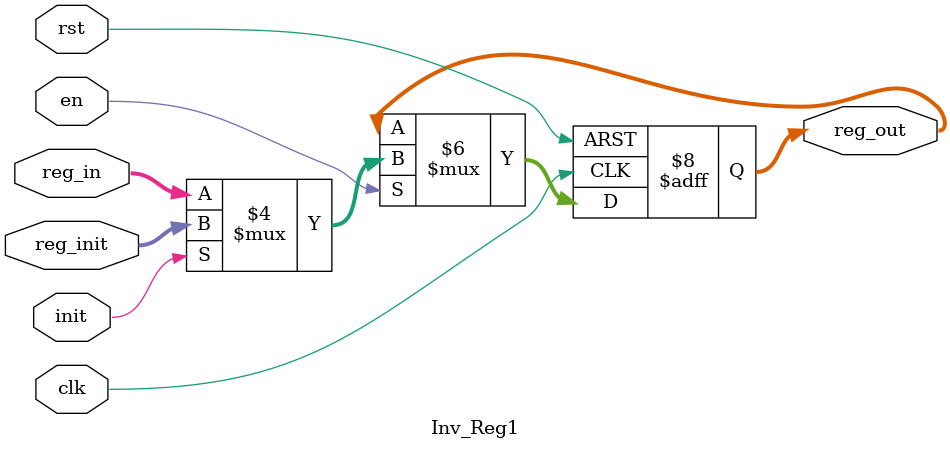
<source format=v>
module Inv_Reg1(clk, rst, reg_in, reg_out, en, init, reg_init);

parameter m=16;//1,1,3,3,6,1

input clk, rst, en, init;
input[m-1:0] reg_in, reg_init;
output[m-1:0] reg_out;

reg[m-1:0] reg_out;

always @(posedge clk or negedge rst)
begin
	if(!rst)
	begin
		reg_out <= {m{1'b0}};
	end
	else if(en)
	begin
		if(init)
		begin
			reg_out <= reg_init;
		end
		else
		begin
			reg_out <= reg_in;
		end
	end
end

endmodule

</source>
